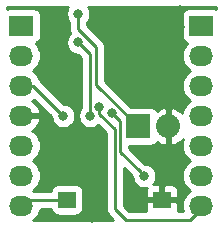
<source format=gbr>
G04 #@! TF.GenerationSoftware,KiCad,Pcbnew,5.1.5-52549c5~84~ubuntu18.04.1*
G04 #@! TF.CreationDate,2020-03-10T10:35:37+01:00*
G04 #@! TF.ProjectId,bm71_MODULE,626d3731-5f4d-44f4-9455-4c452e6b6963,rev?*
G04 #@! TF.SameCoordinates,Original*
G04 #@! TF.FileFunction,Copper,L1,Top*
G04 #@! TF.FilePolarity,Positive*
%FSLAX46Y46*%
G04 Gerber Fmt 4.6, Leading zero omitted, Abs format (unit mm)*
G04 Created by KiCad (PCBNEW 5.1.5-52549c5~84~ubuntu18.04.1) date 2020-03-10 10:35:37*
%MOMM*%
%LPD*%
G04 APERTURE LIST*
%ADD10O,2.032000X2.032000*%
%ADD11R,2.032000X2.032000*%
%ADD12O,2.032000X1.727200*%
%ADD13R,2.032000X1.727200*%
%ADD14R,1.500000X1.400000*%
%ADD15C,0.800000*%
%ADD16C,0.250000*%
%ADD17C,0.254000*%
G04 APERTURE END LIST*
D10*
X149606000Y-79629000D03*
D11*
X147066000Y-79629000D03*
D12*
X137160000Y-86360000D03*
X137160000Y-83820000D03*
X137160000Y-81280000D03*
X137160000Y-78740000D03*
X137160000Y-76200000D03*
X137160000Y-73660000D03*
D13*
X137160000Y-71120000D03*
D14*
X149072600Y-85860400D03*
X141019000Y-85852000D03*
D13*
X152400000Y-71120000D03*
D12*
X152400000Y-73660000D03*
X152400000Y-76200000D03*
X152400000Y-78740000D03*
X152400000Y-81280000D03*
X152400000Y-83820000D03*
X152400000Y-86360000D03*
D15*
X140716000Y-78740000D03*
X141986000Y-72517000D03*
X143002000Y-78740000D03*
X143764000Y-77978000D03*
X139192000Y-73660000D03*
X146812000Y-74676000D03*
X145288000Y-74676000D03*
X145288000Y-73533000D03*
X146685000Y-73533000D03*
X146685000Y-72517000D03*
X145288000Y-72517000D03*
X145288000Y-71247000D03*
X146685000Y-71247000D03*
X146685000Y-70231000D03*
X145288000Y-70231000D03*
X143891000Y-70231000D03*
X150622000Y-74803000D03*
X143129000Y-87376000D03*
X146685000Y-86360000D03*
X150622000Y-69799200D03*
X139009547Y-69896147D03*
X150596602Y-71196200D03*
X141986000Y-70104000D03*
X147574000Y-83820000D03*
X144824001Y-78466754D03*
D16*
X138176000Y-76200000D02*
X140716000Y-78740000D01*
X137160000Y-76200000D02*
X138176000Y-76200000D01*
X143002000Y-73533000D02*
X143002000Y-78174315D01*
X141986000Y-72517000D02*
X143002000Y-73533000D01*
X143002000Y-78174315D02*
X143002000Y-78740000D01*
X143764000Y-78543685D02*
X145110200Y-79889885D01*
X151460200Y-87553800D02*
X152400000Y-86614000D01*
X152400000Y-86614000D02*
X152400000Y-86360000D01*
X145999200Y-87553800D02*
X151460200Y-87553800D01*
X145110200Y-86664800D02*
X145999200Y-87553800D01*
X145110200Y-79889885D02*
X145110200Y-86664800D01*
X143764000Y-77978000D02*
X143764000Y-78543685D01*
X137668000Y-85852000D02*
X137160000Y-86360000D01*
X141019000Y-85852000D02*
X137668000Y-85852000D01*
X145288000Y-74676000D02*
X145288000Y-73533000D01*
X146685000Y-73533000D02*
X146685000Y-72517000D01*
X145288000Y-72517000D02*
X145288000Y-71247000D01*
X146685000Y-71247000D02*
X146685000Y-70231000D01*
X145288000Y-70231000D02*
X143891000Y-70231000D01*
X146812000Y-74676000D02*
X150495000Y-74676000D01*
X150495000Y-74676000D02*
X150622000Y-74803000D01*
X149606000Y-79629000D02*
X149606000Y-77470000D01*
X149606000Y-77470000D02*
X146812000Y-74676000D01*
X146828800Y-86360000D02*
X146685000Y-86360000D01*
X147328400Y-85860400D02*
X146828800Y-86360000D01*
X143129000Y-87376000D02*
X142621000Y-86868000D01*
X149072600Y-85860400D02*
X147328400Y-85860400D01*
X139192000Y-73660000D02*
X139192000Y-70078600D01*
X139192000Y-70078600D02*
X139009547Y-69896147D01*
X149072600Y-84277200D02*
X149072600Y-85860400D01*
X149606000Y-79629000D02*
X149606000Y-83743800D01*
X149606000Y-83743800D02*
X149072600Y-84277200D01*
X150622000Y-71221598D02*
X150596602Y-71196200D01*
X150622000Y-74803000D02*
X150622000Y-71221598D01*
X141986000Y-71374000D02*
X141986000Y-70104000D01*
X147066000Y-79629000D02*
X147015200Y-79629000D01*
X147015200Y-79629000D02*
X143484600Y-76098400D01*
X143484600Y-76098400D02*
X143484600Y-72872600D01*
X143484600Y-72872600D02*
X141986000Y-71374000D01*
X145560211Y-79202964D02*
X145560211Y-81806211D01*
X147174001Y-83420001D02*
X147574000Y-83820000D01*
X145560211Y-81806211D02*
X147174001Y-83420001D01*
X144824001Y-78466754D02*
X145560211Y-79202964D01*
D17*
G36*
X141068795Y-69613744D02*
G01*
X140990774Y-69802102D01*
X140951000Y-70002061D01*
X140951000Y-70205939D01*
X140990774Y-70405898D01*
X141068795Y-70594256D01*
X141182063Y-70763774D01*
X141226000Y-70807711D01*
X141226000Y-71336677D01*
X141222324Y-71374000D01*
X141226000Y-71411322D01*
X141226000Y-71411332D01*
X141236997Y-71522985D01*
X141260297Y-71599795D01*
X141280454Y-71666246D01*
X141312705Y-71726584D01*
X141182063Y-71857226D01*
X141068795Y-72026744D01*
X140990774Y-72215102D01*
X140951000Y-72415061D01*
X140951000Y-72618939D01*
X140990774Y-72818898D01*
X141068795Y-73007256D01*
X141182063Y-73176774D01*
X141326226Y-73320937D01*
X141495744Y-73434205D01*
X141684102Y-73512226D01*
X141884061Y-73552000D01*
X141946199Y-73552000D01*
X142242000Y-73847802D01*
X142242001Y-78036288D01*
X142198063Y-78080226D01*
X142084795Y-78249744D01*
X142006774Y-78438102D01*
X141967000Y-78638061D01*
X141967000Y-78841939D01*
X142006774Y-79041898D01*
X142084795Y-79230256D01*
X142198063Y-79399774D01*
X142342226Y-79543937D01*
X142511744Y-79657205D01*
X142700102Y-79735226D01*
X142900061Y-79775000D01*
X143103939Y-79775000D01*
X143303898Y-79735226D01*
X143492256Y-79657205D01*
X143661774Y-79543937D01*
X143675612Y-79530099D01*
X144350200Y-80204687D01*
X144350201Y-86627468D01*
X144346524Y-86664800D01*
X144350201Y-86702133D01*
X144358292Y-86784276D01*
X144361198Y-86813785D01*
X144404654Y-86957046D01*
X144475226Y-87089076D01*
X144546401Y-87175802D01*
X144570200Y-87204801D01*
X144599198Y-87228599D01*
X144954599Y-87584000D01*
X138183208Y-87584000D01*
X138377197Y-87424797D01*
X138564469Y-87196606D01*
X138703625Y-86936264D01*
X138789316Y-86653777D01*
X138793431Y-86612000D01*
X139636837Y-86612000D01*
X139643188Y-86676482D01*
X139679498Y-86796180D01*
X139738463Y-86906494D01*
X139817815Y-87003185D01*
X139914506Y-87082537D01*
X140024820Y-87141502D01*
X140144518Y-87177812D01*
X140269000Y-87190072D01*
X141769000Y-87190072D01*
X141893482Y-87177812D01*
X142013180Y-87141502D01*
X142123494Y-87082537D01*
X142220185Y-87003185D01*
X142299537Y-86906494D01*
X142358502Y-86796180D01*
X142394812Y-86676482D01*
X142407072Y-86552000D01*
X142407072Y-85152000D01*
X142394812Y-85027518D01*
X142358502Y-84907820D01*
X142299537Y-84797506D01*
X142220185Y-84700815D01*
X142123494Y-84621463D01*
X142013180Y-84562498D01*
X141893482Y-84526188D01*
X141769000Y-84513928D01*
X140269000Y-84513928D01*
X140144518Y-84526188D01*
X140024820Y-84562498D01*
X139914506Y-84621463D01*
X139817815Y-84700815D01*
X139738463Y-84797506D01*
X139679498Y-84907820D01*
X139643188Y-85027518D01*
X139636837Y-85092000D01*
X138119201Y-85092000D01*
X138115460Y-85090000D01*
X138149006Y-85072069D01*
X138377197Y-84884797D01*
X138564469Y-84656606D01*
X138703625Y-84396264D01*
X138789316Y-84113777D01*
X138818251Y-83820000D01*
X138789316Y-83526223D01*
X138703625Y-83243736D01*
X138564469Y-82983394D01*
X138377197Y-82755203D01*
X138149006Y-82567931D01*
X138115460Y-82550000D01*
X138149006Y-82532069D01*
X138377197Y-82344797D01*
X138564469Y-82116606D01*
X138703625Y-81856264D01*
X138789316Y-81573777D01*
X138818251Y-81280000D01*
X138789316Y-80986223D01*
X138703625Y-80703736D01*
X138564469Y-80443394D01*
X138377197Y-80215203D01*
X138149006Y-80027931D01*
X138109053Y-80006576D01*
X138311729Y-79858486D01*
X138510733Y-79642035D01*
X138663686Y-79390919D01*
X138764709Y-79114789D01*
X138767358Y-79099026D01*
X138646217Y-78867000D01*
X137287000Y-78867000D01*
X137287000Y-78887000D01*
X137033000Y-78887000D01*
X137033000Y-78867000D01*
X137013000Y-78867000D01*
X137013000Y-78613000D01*
X137033000Y-78613000D01*
X137033000Y-78593000D01*
X137287000Y-78593000D01*
X137287000Y-78613000D01*
X138646217Y-78613000D01*
X138767358Y-78380974D01*
X138764709Y-78365211D01*
X138663686Y-78089081D01*
X138510733Y-77837965D01*
X138311729Y-77621514D01*
X138109053Y-77473424D01*
X138149006Y-77452069D01*
X138261196Y-77359997D01*
X139681000Y-78779803D01*
X139681000Y-78841939D01*
X139720774Y-79041898D01*
X139798795Y-79230256D01*
X139912063Y-79399774D01*
X140056226Y-79543937D01*
X140225744Y-79657205D01*
X140414102Y-79735226D01*
X140614061Y-79775000D01*
X140817939Y-79775000D01*
X141017898Y-79735226D01*
X141206256Y-79657205D01*
X141375774Y-79543937D01*
X141519937Y-79399774D01*
X141633205Y-79230256D01*
X141711226Y-79041898D01*
X141751000Y-78841939D01*
X141751000Y-78638061D01*
X141711226Y-78438102D01*
X141633205Y-78249744D01*
X141519937Y-78080226D01*
X141375774Y-77936063D01*
X141206256Y-77822795D01*
X141017898Y-77744774D01*
X140817939Y-77705000D01*
X140755803Y-77705000D01*
X138739804Y-75689003D01*
X138716001Y-75659999D01*
X138714169Y-75658496D01*
X138703625Y-75623736D01*
X138564469Y-75363394D01*
X138377197Y-75135203D01*
X138149006Y-74947931D01*
X138115460Y-74930000D01*
X138149006Y-74912069D01*
X138377197Y-74724797D01*
X138564469Y-74496606D01*
X138703625Y-74236264D01*
X138789316Y-73953777D01*
X138818251Y-73660000D01*
X138789316Y-73366223D01*
X138703625Y-73083736D01*
X138564469Y-72823394D01*
X138377197Y-72595203D01*
X138369135Y-72588586D01*
X138420180Y-72573102D01*
X138530494Y-72514137D01*
X138627185Y-72434785D01*
X138706537Y-72338094D01*
X138765502Y-72227780D01*
X138801812Y-72108082D01*
X138814072Y-71983600D01*
X138814072Y-70256400D01*
X138801812Y-70131918D01*
X138765502Y-70012220D01*
X138706537Y-69901906D01*
X138627185Y-69805215D01*
X138530494Y-69725863D01*
X138420180Y-69666898D01*
X138300482Y-69630588D01*
X138176000Y-69618328D01*
X136144000Y-69618328D01*
X136019518Y-69630588D01*
X135936000Y-69655923D01*
X135936000Y-69515000D01*
X141134773Y-69515000D01*
X141068795Y-69613744D01*
G37*
X141068795Y-69613744D02*
X140990774Y-69802102D01*
X140951000Y-70002061D01*
X140951000Y-70205939D01*
X140990774Y-70405898D01*
X141068795Y-70594256D01*
X141182063Y-70763774D01*
X141226000Y-70807711D01*
X141226000Y-71336677D01*
X141222324Y-71374000D01*
X141226000Y-71411322D01*
X141226000Y-71411332D01*
X141236997Y-71522985D01*
X141260297Y-71599795D01*
X141280454Y-71666246D01*
X141312705Y-71726584D01*
X141182063Y-71857226D01*
X141068795Y-72026744D01*
X140990774Y-72215102D01*
X140951000Y-72415061D01*
X140951000Y-72618939D01*
X140990774Y-72818898D01*
X141068795Y-73007256D01*
X141182063Y-73176774D01*
X141326226Y-73320937D01*
X141495744Y-73434205D01*
X141684102Y-73512226D01*
X141884061Y-73552000D01*
X141946199Y-73552000D01*
X142242000Y-73847802D01*
X142242001Y-78036288D01*
X142198063Y-78080226D01*
X142084795Y-78249744D01*
X142006774Y-78438102D01*
X141967000Y-78638061D01*
X141967000Y-78841939D01*
X142006774Y-79041898D01*
X142084795Y-79230256D01*
X142198063Y-79399774D01*
X142342226Y-79543937D01*
X142511744Y-79657205D01*
X142700102Y-79735226D01*
X142900061Y-79775000D01*
X143103939Y-79775000D01*
X143303898Y-79735226D01*
X143492256Y-79657205D01*
X143661774Y-79543937D01*
X143675612Y-79530099D01*
X144350200Y-80204687D01*
X144350201Y-86627468D01*
X144346524Y-86664800D01*
X144350201Y-86702133D01*
X144358292Y-86784276D01*
X144361198Y-86813785D01*
X144404654Y-86957046D01*
X144475226Y-87089076D01*
X144546401Y-87175802D01*
X144570200Y-87204801D01*
X144599198Y-87228599D01*
X144954599Y-87584000D01*
X138183208Y-87584000D01*
X138377197Y-87424797D01*
X138564469Y-87196606D01*
X138703625Y-86936264D01*
X138789316Y-86653777D01*
X138793431Y-86612000D01*
X139636837Y-86612000D01*
X139643188Y-86676482D01*
X139679498Y-86796180D01*
X139738463Y-86906494D01*
X139817815Y-87003185D01*
X139914506Y-87082537D01*
X140024820Y-87141502D01*
X140144518Y-87177812D01*
X140269000Y-87190072D01*
X141769000Y-87190072D01*
X141893482Y-87177812D01*
X142013180Y-87141502D01*
X142123494Y-87082537D01*
X142220185Y-87003185D01*
X142299537Y-86906494D01*
X142358502Y-86796180D01*
X142394812Y-86676482D01*
X142407072Y-86552000D01*
X142407072Y-85152000D01*
X142394812Y-85027518D01*
X142358502Y-84907820D01*
X142299537Y-84797506D01*
X142220185Y-84700815D01*
X142123494Y-84621463D01*
X142013180Y-84562498D01*
X141893482Y-84526188D01*
X141769000Y-84513928D01*
X140269000Y-84513928D01*
X140144518Y-84526188D01*
X140024820Y-84562498D01*
X139914506Y-84621463D01*
X139817815Y-84700815D01*
X139738463Y-84797506D01*
X139679498Y-84907820D01*
X139643188Y-85027518D01*
X139636837Y-85092000D01*
X138119201Y-85092000D01*
X138115460Y-85090000D01*
X138149006Y-85072069D01*
X138377197Y-84884797D01*
X138564469Y-84656606D01*
X138703625Y-84396264D01*
X138789316Y-84113777D01*
X138818251Y-83820000D01*
X138789316Y-83526223D01*
X138703625Y-83243736D01*
X138564469Y-82983394D01*
X138377197Y-82755203D01*
X138149006Y-82567931D01*
X138115460Y-82550000D01*
X138149006Y-82532069D01*
X138377197Y-82344797D01*
X138564469Y-82116606D01*
X138703625Y-81856264D01*
X138789316Y-81573777D01*
X138818251Y-81280000D01*
X138789316Y-80986223D01*
X138703625Y-80703736D01*
X138564469Y-80443394D01*
X138377197Y-80215203D01*
X138149006Y-80027931D01*
X138109053Y-80006576D01*
X138311729Y-79858486D01*
X138510733Y-79642035D01*
X138663686Y-79390919D01*
X138764709Y-79114789D01*
X138767358Y-79099026D01*
X138646217Y-78867000D01*
X137287000Y-78867000D01*
X137287000Y-78887000D01*
X137033000Y-78887000D01*
X137033000Y-78867000D01*
X137013000Y-78867000D01*
X137013000Y-78613000D01*
X137033000Y-78613000D01*
X137033000Y-78593000D01*
X137287000Y-78593000D01*
X137287000Y-78613000D01*
X138646217Y-78613000D01*
X138767358Y-78380974D01*
X138764709Y-78365211D01*
X138663686Y-78089081D01*
X138510733Y-77837965D01*
X138311729Y-77621514D01*
X138109053Y-77473424D01*
X138149006Y-77452069D01*
X138261196Y-77359997D01*
X139681000Y-78779803D01*
X139681000Y-78841939D01*
X139720774Y-79041898D01*
X139798795Y-79230256D01*
X139912063Y-79399774D01*
X140056226Y-79543937D01*
X140225744Y-79657205D01*
X140414102Y-79735226D01*
X140614061Y-79775000D01*
X140817939Y-79775000D01*
X141017898Y-79735226D01*
X141206256Y-79657205D01*
X141375774Y-79543937D01*
X141519937Y-79399774D01*
X141633205Y-79230256D01*
X141711226Y-79041898D01*
X141751000Y-78841939D01*
X141751000Y-78638061D01*
X141711226Y-78438102D01*
X141633205Y-78249744D01*
X141519937Y-78080226D01*
X141375774Y-77936063D01*
X141206256Y-77822795D01*
X141017898Y-77744774D01*
X140817939Y-77705000D01*
X140755803Y-77705000D01*
X138739804Y-75689003D01*
X138716001Y-75659999D01*
X138714169Y-75658496D01*
X138703625Y-75623736D01*
X138564469Y-75363394D01*
X138377197Y-75135203D01*
X138149006Y-74947931D01*
X138115460Y-74930000D01*
X138149006Y-74912069D01*
X138377197Y-74724797D01*
X138564469Y-74496606D01*
X138703625Y-74236264D01*
X138789316Y-73953777D01*
X138818251Y-73660000D01*
X138789316Y-73366223D01*
X138703625Y-73083736D01*
X138564469Y-72823394D01*
X138377197Y-72595203D01*
X138369135Y-72588586D01*
X138420180Y-72573102D01*
X138530494Y-72514137D01*
X138627185Y-72434785D01*
X138706537Y-72338094D01*
X138765502Y-72227780D01*
X138801812Y-72108082D01*
X138814072Y-71983600D01*
X138814072Y-70256400D01*
X138801812Y-70131918D01*
X138765502Y-70012220D01*
X138706537Y-69901906D01*
X138627185Y-69805215D01*
X138530494Y-69725863D01*
X138420180Y-69666898D01*
X138300482Y-69630588D01*
X138176000Y-69618328D01*
X136144000Y-69618328D01*
X136019518Y-69630588D01*
X135936000Y-69655923D01*
X135936000Y-69515000D01*
X141134773Y-69515000D01*
X141068795Y-69613744D01*
G36*
X153624001Y-69655923D02*
G01*
X153540482Y-69630588D01*
X153416000Y-69618328D01*
X151384000Y-69618328D01*
X151259518Y-69630588D01*
X151139820Y-69666898D01*
X151029506Y-69725863D01*
X150932815Y-69805215D01*
X150853463Y-69901906D01*
X150794498Y-70012220D01*
X150758188Y-70131918D01*
X150745928Y-70256400D01*
X150745928Y-71983600D01*
X150758188Y-72108082D01*
X150794498Y-72227780D01*
X150853463Y-72338094D01*
X150932815Y-72434785D01*
X151029506Y-72514137D01*
X151139820Y-72573102D01*
X151190865Y-72588586D01*
X151182803Y-72595203D01*
X150995531Y-72823394D01*
X150856375Y-73083736D01*
X150770684Y-73366223D01*
X150741749Y-73660000D01*
X150770684Y-73953777D01*
X150856375Y-74236264D01*
X150995531Y-74496606D01*
X151182803Y-74724797D01*
X151410994Y-74912069D01*
X151444540Y-74930000D01*
X151410994Y-74947931D01*
X151182803Y-75135203D01*
X150995531Y-75363394D01*
X150856375Y-75623736D01*
X150770684Y-75906223D01*
X150741749Y-76200000D01*
X150770684Y-76493777D01*
X150856375Y-76776264D01*
X150995531Y-77036606D01*
X151182803Y-77264797D01*
X151410994Y-77452069D01*
X151444540Y-77470000D01*
X151410994Y-77487931D01*
X151182803Y-77675203D01*
X150995531Y-77903394D01*
X150856375Y-78163736D01*
X150770684Y-78446223D01*
X150768940Y-78463930D01*
X150728569Y-78418358D01*
X150470815Y-78222618D01*
X150179826Y-78080924D01*
X149988944Y-78023025D01*
X149733000Y-78142164D01*
X149733000Y-79502000D01*
X149753000Y-79502000D01*
X149753000Y-79756000D01*
X149733000Y-79756000D01*
X149733000Y-81115836D01*
X149988944Y-81234975D01*
X150179826Y-81177076D01*
X150470815Y-81035382D01*
X150728569Y-80839642D01*
X150867649Y-80682643D01*
X150856375Y-80703736D01*
X150770684Y-80986223D01*
X150741749Y-81280000D01*
X150770684Y-81573777D01*
X150856375Y-81856264D01*
X150995531Y-82116606D01*
X151182803Y-82344797D01*
X151410994Y-82532069D01*
X151444540Y-82550000D01*
X151410994Y-82567931D01*
X151182803Y-82755203D01*
X150995531Y-82983394D01*
X150856375Y-83243736D01*
X150770684Y-83526223D01*
X150741749Y-83820000D01*
X150770684Y-84113777D01*
X150856375Y-84396264D01*
X150995531Y-84656606D01*
X151182803Y-84884797D01*
X151410994Y-85072069D01*
X151444540Y-85090000D01*
X151410994Y-85107931D01*
X151182803Y-85295203D01*
X150995531Y-85523394D01*
X150856375Y-85783736D01*
X150770684Y-86066223D01*
X150741749Y-86360000D01*
X150770684Y-86653777D01*
X150813159Y-86793800D01*
X150415372Y-86793800D01*
X150448412Y-86684882D01*
X150460672Y-86560400D01*
X150457600Y-86146150D01*
X150298850Y-85987400D01*
X149199600Y-85987400D01*
X149199600Y-86007400D01*
X148945600Y-86007400D01*
X148945600Y-85987400D01*
X147846350Y-85987400D01*
X147687600Y-86146150D01*
X147684528Y-86560400D01*
X147696788Y-86684882D01*
X147729828Y-86793800D01*
X146314002Y-86793800D01*
X145870200Y-86349999D01*
X145870200Y-83191002D01*
X146539000Y-83859802D01*
X146539000Y-83921939D01*
X146578774Y-84121898D01*
X146656795Y-84310256D01*
X146770063Y-84479774D01*
X146914226Y-84623937D01*
X147083744Y-84737205D01*
X147272102Y-84815226D01*
X147472061Y-84855000D01*
X147675939Y-84855000D01*
X147776515Y-84834994D01*
X147733098Y-84916220D01*
X147696788Y-85035918D01*
X147684528Y-85160400D01*
X147687600Y-85574650D01*
X147846350Y-85733400D01*
X148945600Y-85733400D01*
X148945600Y-84684150D01*
X149199600Y-84684150D01*
X149199600Y-85733400D01*
X150298850Y-85733400D01*
X150457600Y-85574650D01*
X150460672Y-85160400D01*
X150448412Y-85035918D01*
X150412102Y-84916220D01*
X150353137Y-84805906D01*
X150273785Y-84709215D01*
X150177094Y-84629863D01*
X150066780Y-84570898D01*
X149947082Y-84534588D01*
X149822600Y-84522328D01*
X149358350Y-84525400D01*
X149199600Y-84684150D01*
X148945600Y-84684150D01*
X148786850Y-84525400D01*
X148335299Y-84522412D01*
X148377937Y-84479774D01*
X148491205Y-84310256D01*
X148569226Y-84121898D01*
X148609000Y-83921939D01*
X148609000Y-83718061D01*
X148569226Y-83518102D01*
X148491205Y-83329744D01*
X148377937Y-83160226D01*
X148233774Y-83016063D01*
X148064256Y-82902795D01*
X147875898Y-82824774D01*
X147675939Y-82785000D01*
X147613802Y-82785000D01*
X146320211Y-81491410D01*
X146320211Y-81283072D01*
X148082000Y-81283072D01*
X148206482Y-81270812D01*
X148326180Y-81234502D01*
X148436494Y-81175537D01*
X148533185Y-81096185D01*
X148612537Y-80999494D01*
X148636036Y-80955531D01*
X148741185Y-81035382D01*
X149032174Y-81177076D01*
X149223056Y-81234975D01*
X149479000Y-81115836D01*
X149479000Y-79756000D01*
X149459000Y-79756000D01*
X149459000Y-79502000D01*
X149479000Y-79502000D01*
X149479000Y-78142164D01*
X149223056Y-78023025D01*
X149032174Y-78080924D01*
X148741185Y-78222618D01*
X148636036Y-78302469D01*
X148612537Y-78258506D01*
X148533185Y-78161815D01*
X148436494Y-78082463D01*
X148326180Y-78023498D01*
X148206482Y-77987188D01*
X148082000Y-77974928D01*
X146435930Y-77974928D01*
X144244600Y-75783599D01*
X144244600Y-72909922D01*
X144248276Y-72872599D01*
X144244600Y-72835276D01*
X144244600Y-72835267D01*
X144233603Y-72723614D01*
X144190146Y-72580353D01*
X144119574Y-72448324D01*
X144092276Y-72415061D01*
X144048399Y-72361596D01*
X144048395Y-72361592D01*
X144024601Y-72332599D01*
X143995608Y-72308805D01*
X142746000Y-71059199D01*
X142746000Y-70807711D01*
X142789937Y-70763774D01*
X142903205Y-70594256D01*
X142981226Y-70405898D01*
X143021000Y-70205939D01*
X143021000Y-70002061D01*
X142981226Y-69802102D01*
X142903205Y-69613744D01*
X142837227Y-69515000D01*
X153624001Y-69515000D01*
X153624001Y-69655923D01*
G37*
X153624001Y-69655923D02*
X153540482Y-69630588D01*
X153416000Y-69618328D01*
X151384000Y-69618328D01*
X151259518Y-69630588D01*
X151139820Y-69666898D01*
X151029506Y-69725863D01*
X150932815Y-69805215D01*
X150853463Y-69901906D01*
X150794498Y-70012220D01*
X150758188Y-70131918D01*
X150745928Y-70256400D01*
X150745928Y-71983600D01*
X150758188Y-72108082D01*
X150794498Y-72227780D01*
X150853463Y-72338094D01*
X150932815Y-72434785D01*
X151029506Y-72514137D01*
X151139820Y-72573102D01*
X151190865Y-72588586D01*
X151182803Y-72595203D01*
X150995531Y-72823394D01*
X150856375Y-73083736D01*
X150770684Y-73366223D01*
X150741749Y-73660000D01*
X150770684Y-73953777D01*
X150856375Y-74236264D01*
X150995531Y-74496606D01*
X151182803Y-74724797D01*
X151410994Y-74912069D01*
X151444540Y-74930000D01*
X151410994Y-74947931D01*
X151182803Y-75135203D01*
X150995531Y-75363394D01*
X150856375Y-75623736D01*
X150770684Y-75906223D01*
X150741749Y-76200000D01*
X150770684Y-76493777D01*
X150856375Y-76776264D01*
X150995531Y-77036606D01*
X151182803Y-77264797D01*
X151410994Y-77452069D01*
X151444540Y-77470000D01*
X151410994Y-77487931D01*
X151182803Y-77675203D01*
X150995531Y-77903394D01*
X150856375Y-78163736D01*
X150770684Y-78446223D01*
X150768940Y-78463930D01*
X150728569Y-78418358D01*
X150470815Y-78222618D01*
X150179826Y-78080924D01*
X149988944Y-78023025D01*
X149733000Y-78142164D01*
X149733000Y-79502000D01*
X149753000Y-79502000D01*
X149753000Y-79756000D01*
X149733000Y-79756000D01*
X149733000Y-81115836D01*
X149988944Y-81234975D01*
X150179826Y-81177076D01*
X150470815Y-81035382D01*
X150728569Y-80839642D01*
X150867649Y-80682643D01*
X150856375Y-80703736D01*
X150770684Y-80986223D01*
X150741749Y-81280000D01*
X150770684Y-81573777D01*
X150856375Y-81856264D01*
X150995531Y-82116606D01*
X151182803Y-82344797D01*
X151410994Y-82532069D01*
X151444540Y-82550000D01*
X151410994Y-82567931D01*
X151182803Y-82755203D01*
X150995531Y-82983394D01*
X150856375Y-83243736D01*
X150770684Y-83526223D01*
X150741749Y-83820000D01*
X150770684Y-84113777D01*
X150856375Y-84396264D01*
X150995531Y-84656606D01*
X151182803Y-84884797D01*
X151410994Y-85072069D01*
X151444540Y-85090000D01*
X151410994Y-85107931D01*
X151182803Y-85295203D01*
X150995531Y-85523394D01*
X150856375Y-85783736D01*
X150770684Y-86066223D01*
X150741749Y-86360000D01*
X150770684Y-86653777D01*
X150813159Y-86793800D01*
X150415372Y-86793800D01*
X150448412Y-86684882D01*
X150460672Y-86560400D01*
X150457600Y-86146150D01*
X150298850Y-85987400D01*
X149199600Y-85987400D01*
X149199600Y-86007400D01*
X148945600Y-86007400D01*
X148945600Y-85987400D01*
X147846350Y-85987400D01*
X147687600Y-86146150D01*
X147684528Y-86560400D01*
X147696788Y-86684882D01*
X147729828Y-86793800D01*
X146314002Y-86793800D01*
X145870200Y-86349999D01*
X145870200Y-83191002D01*
X146539000Y-83859802D01*
X146539000Y-83921939D01*
X146578774Y-84121898D01*
X146656795Y-84310256D01*
X146770063Y-84479774D01*
X146914226Y-84623937D01*
X147083744Y-84737205D01*
X147272102Y-84815226D01*
X147472061Y-84855000D01*
X147675939Y-84855000D01*
X147776515Y-84834994D01*
X147733098Y-84916220D01*
X147696788Y-85035918D01*
X147684528Y-85160400D01*
X147687600Y-85574650D01*
X147846350Y-85733400D01*
X148945600Y-85733400D01*
X148945600Y-84684150D01*
X149199600Y-84684150D01*
X149199600Y-85733400D01*
X150298850Y-85733400D01*
X150457600Y-85574650D01*
X150460672Y-85160400D01*
X150448412Y-85035918D01*
X150412102Y-84916220D01*
X150353137Y-84805906D01*
X150273785Y-84709215D01*
X150177094Y-84629863D01*
X150066780Y-84570898D01*
X149947082Y-84534588D01*
X149822600Y-84522328D01*
X149358350Y-84525400D01*
X149199600Y-84684150D01*
X148945600Y-84684150D01*
X148786850Y-84525400D01*
X148335299Y-84522412D01*
X148377937Y-84479774D01*
X148491205Y-84310256D01*
X148569226Y-84121898D01*
X148609000Y-83921939D01*
X148609000Y-83718061D01*
X148569226Y-83518102D01*
X148491205Y-83329744D01*
X148377937Y-83160226D01*
X148233774Y-83016063D01*
X148064256Y-82902795D01*
X147875898Y-82824774D01*
X147675939Y-82785000D01*
X147613802Y-82785000D01*
X146320211Y-81491410D01*
X146320211Y-81283072D01*
X148082000Y-81283072D01*
X148206482Y-81270812D01*
X148326180Y-81234502D01*
X148436494Y-81175537D01*
X148533185Y-81096185D01*
X148612537Y-80999494D01*
X148636036Y-80955531D01*
X148741185Y-81035382D01*
X149032174Y-81177076D01*
X149223056Y-81234975D01*
X149479000Y-81115836D01*
X149479000Y-79756000D01*
X149459000Y-79756000D01*
X149459000Y-79502000D01*
X149479000Y-79502000D01*
X149479000Y-78142164D01*
X149223056Y-78023025D01*
X149032174Y-78080924D01*
X148741185Y-78222618D01*
X148636036Y-78302469D01*
X148612537Y-78258506D01*
X148533185Y-78161815D01*
X148436494Y-78082463D01*
X148326180Y-78023498D01*
X148206482Y-77987188D01*
X148082000Y-77974928D01*
X146435930Y-77974928D01*
X144244600Y-75783599D01*
X144244600Y-72909922D01*
X144248276Y-72872599D01*
X144244600Y-72835276D01*
X144244600Y-72835267D01*
X144233603Y-72723614D01*
X144190146Y-72580353D01*
X144119574Y-72448324D01*
X144092276Y-72415061D01*
X144048399Y-72361596D01*
X144048395Y-72361592D01*
X144024601Y-72332599D01*
X143995608Y-72308805D01*
X142746000Y-71059199D01*
X142746000Y-70807711D01*
X142789937Y-70763774D01*
X142903205Y-70594256D01*
X142981226Y-70405898D01*
X143021000Y-70205939D01*
X143021000Y-70002061D01*
X142981226Y-69802102D01*
X142903205Y-69613744D01*
X142837227Y-69515000D01*
X153624001Y-69515000D01*
X153624001Y-69655923D01*
M02*

</source>
